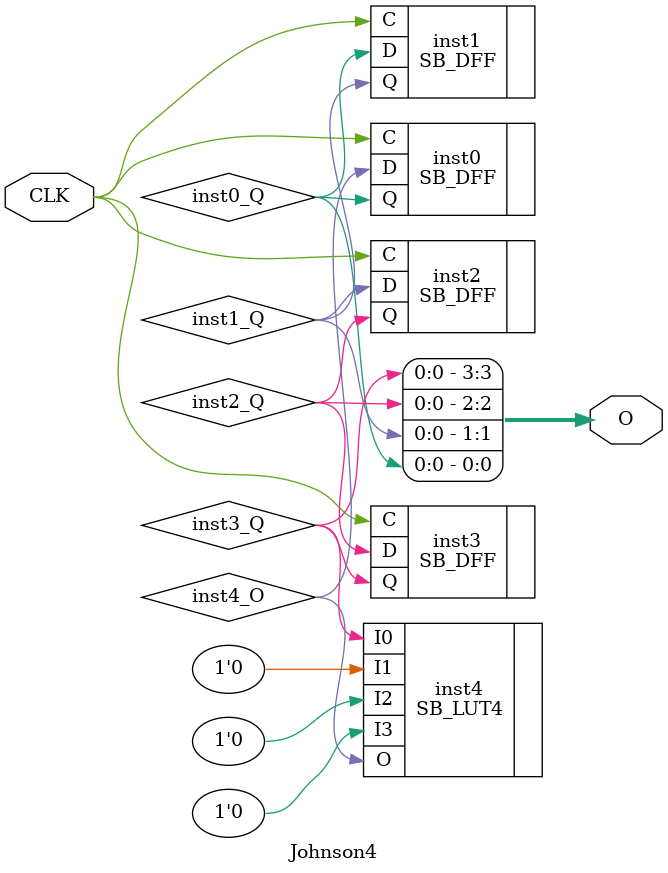
<source format=v>
module Johnson4 (output [3:0] O, input  CLK);
wire  inst0_Q;
wire  inst1_Q;
wire  inst2_Q;
wire  inst3_Q;
wire  inst4_O;
SB_DFF inst0 (.C(CLK), .D(inst4_O), .Q(inst0_Q));
SB_DFF inst1 (.C(CLK), .D(inst0_Q), .Q(inst1_Q));
SB_DFF inst2 (.C(CLK), .D(inst1_Q), .Q(inst2_Q));
SB_DFF inst3 (.C(CLK), .D(inst2_Q), .Q(inst3_Q));
SB_LUT4 #(.LUT_INIT(16'h5555)) inst4 (.I0(inst3_Q), .I1(1'b0), .I2(1'b0), .I3(1'b0), .O(inst4_O));
assign O = {inst3_Q,inst2_Q,inst1_Q,inst0_Q};
endmodule


</source>
